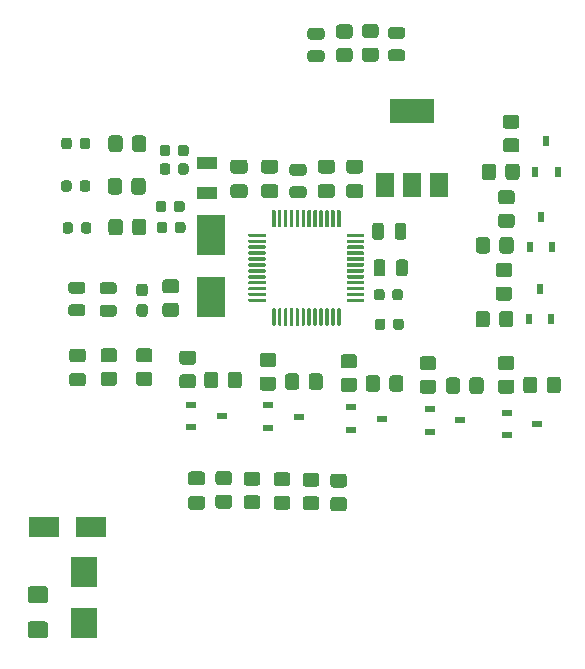
<source format=gbr>
%TF.GenerationSoftware,KiCad,Pcbnew,(5.1.10)-1*%
%TF.CreationDate,2022-05-16T19:26:02+08:00*%
%TF.ProjectId,lamp,6c616d70-2e6b-4696-9361-645f70636258,rev?*%
%TF.SameCoordinates,Original*%
%TF.FileFunction,Paste,Top*%
%TF.FilePolarity,Positive*%
%FSLAX46Y46*%
G04 Gerber Fmt 4.6, Leading zero omitted, Abs format (unit mm)*
G04 Created by KiCad (PCBNEW (5.1.10)-1) date 2022-05-16 19:26:02*
%MOMM*%
%LPD*%
G01*
G04 APERTURE LIST*
%ADD10R,2.300000X2.500000*%
%ADD11R,2.400000X3.500000*%
%ADD12R,1.800000X1.000000*%
%ADD13R,2.500000X1.800000*%
%ADD14R,0.600000X0.900000*%
%ADD15R,0.900000X0.600000*%
%ADD16R,1.500000X2.000000*%
%ADD17R,3.800000X2.000000*%
G04 APERTURE END LIST*
%TO.C,C10*%
G36*
G01*
X126436000Y-27478800D02*
X126436000Y-26978800D01*
G75*
G02*
X126661000Y-26753800I225000J0D01*
G01*
X127111000Y-26753800D01*
G75*
G02*
X127336000Y-26978800I0J-225000D01*
G01*
X127336000Y-27478800D01*
G75*
G02*
X127111000Y-27703800I-225000J0D01*
G01*
X126661000Y-27703800D01*
G75*
G02*
X126436000Y-27478800I0J225000D01*
G01*
G37*
G36*
G01*
X124886000Y-27478800D02*
X124886000Y-26978800D01*
G75*
G02*
X125111000Y-26753800I225000J0D01*
G01*
X125561000Y-26753800D01*
G75*
G02*
X125786000Y-26978800I0J-225000D01*
G01*
X125786000Y-27478800D01*
G75*
G02*
X125561000Y-27703800I-225000J0D01*
G01*
X125111000Y-27703800D01*
G75*
G02*
X124886000Y-27478800I0J225000D01*
G01*
G37*
%TD*%
%TO.C,C9*%
G36*
G01*
X126435700Y-25916700D02*
X126435700Y-25416700D01*
G75*
G02*
X126660700Y-25191700I225000J0D01*
G01*
X127110700Y-25191700D01*
G75*
G02*
X127335700Y-25416700I0J-225000D01*
G01*
X127335700Y-25916700D01*
G75*
G02*
X127110700Y-26141700I-225000J0D01*
G01*
X126660700Y-26141700D01*
G75*
G02*
X126435700Y-25916700I0J225000D01*
G01*
G37*
G36*
G01*
X124885700Y-25916700D02*
X124885700Y-25416700D01*
G75*
G02*
X125110700Y-25191700I225000J0D01*
G01*
X125560700Y-25191700D01*
G75*
G02*
X125785700Y-25416700I0J-225000D01*
G01*
X125785700Y-25916700D01*
G75*
G02*
X125560700Y-26141700I-225000J0D01*
G01*
X125110700Y-26141700D01*
G75*
G02*
X124885700Y-25916700I0J225000D01*
G01*
G37*
%TD*%
%TO.C,C8*%
G36*
G01*
X126093100Y-30653800D02*
X126093100Y-30153800D01*
G75*
G02*
X126318100Y-29928800I225000J0D01*
G01*
X126768100Y-29928800D01*
G75*
G02*
X126993100Y-30153800I0J-225000D01*
G01*
X126993100Y-30653800D01*
G75*
G02*
X126768100Y-30878800I-225000J0D01*
G01*
X126318100Y-30878800D01*
G75*
G02*
X126093100Y-30653800I0J225000D01*
G01*
G37*
G36*
G01*
X124543100Y-30653800D02*
X124543100Y-30153800D01*
G75*
G02*
X124768100Y-29928800I225000J0D01*
G01*
X125218100Y-29928800D01*
G75*
G02*
X125443100Y-30153800I0J-225000D01*
G01*
X125443100Y-30653800D01*
G75*
G02*
X125218100Y-30878800I-225000J0D01*
G01*
X124768100Y-30878800D01*
G75*
G02*
X124543100Y-30653800I0J225000D01*
G01*
G37*
%TD*%
%TO.C,C7*%
G36*
G01*
X126174999Y-32430000D02*
X126174999Y-31930000D01*
G75*
G02*
X126399999Y-31705000I225000J0D01*
G01*
X126849999Y-31705000D01*
G75*
G02*
X127074999Y-31930000I0J-225000D01*
G01*
X127074999Y-32430000D01*
G75*
G02*
X126849999Y-32655000I-225000J0D01*
G01*
X126399999Y-32655000D01*
G75*
G02*
X126174999Y-32430000I0J225000D01*
G01*
G37*
G36*
G01*
X124624999Y-32430000D02*
X124624999Y-31930000D01*
G75*
G02*
X124849999Y-31705000I225000J0D01*
G01*
X125299999Y-31705000D01*
G75*
G02*
X125524999Y-31930000I0J-225000D01*
G01*
X125524999Y-32430000D01*
G75*
G02*
X125299999Y-32655000I-225000J0D01*
G01*
X124849999Y-32655000D01*
G75*
G02*
X124624999Y-32430000I0J225000D01*
G01*
G37*
%TD*%
%TO.C,C100*%
G36*
G01*
X145419000Y-16201001D02*
X144469000Y-16201001D01*
G75*
G02*
X144219000Y-15951001I0J250000D01*
G01*
X144219000Y-15451001D01*
G75*
G02*
X144469000Y-15201001I250000J0D01*
G01*
X145419000Y-15201001D01*
G75*
G02*
X145669000Y-15451001I0J-250000D01*
G01*
X145669000Y-15951001D01*
G75*
G02*
X145419000Y-16201001I-250000J0D01*
G01*
G37*
G36*
G01*
X145419000Y-18101001D02*
X144469000Y-18101001D01*
G75*
G02*
X144219000Y-17851001I0J250000D01*
G01*
X144219000Y-17351001D01*
G75*
G02*
X144469000Y-17101001I250000J0D01*
G01*
X145419000Y-17101001D01*
G75*
G02*
X145669000Y-17351001I0J-250000D01*
G01*
X145669000Y-17851001D01*
G75*
G02*
X145419000Y-18101001I-250000J0D01*
G01*
G37*
%TD*%
%TO.C,R28*%
G36*
G01*
X140069999Y-16980000D02*
X140970001Y-16980000D01*
G75*
G02*
X141220000Y-17229999I0J-249999D01*
G01*
X141220000Y-17930001D01*
G75*
G02*
X140970001Y-18180000I-249999J0D01*
G01*
X140069999Y-18180000D01*
G75*
G02*
X139820000Y-17930001I0J249999D01*
G01*
X139820000Y-17229999D01*
G75*
G02*
X140069999Y-16980000I249999J0D01*
G01*
G37*
G36*
G01*
X140069999Y-14980000D02*
X140970001Y-14980000D01*
G75*
G02*
X141220000Y-15229999I0J-249999D01*
G01*
X141220000Y-15930001D01*
G75*
G02*
X140970001Y-16180000I-249999J0D01*
G01*
X140069999Y-16180000D01*
G75*
G02*
X139820000Y-15930001I0J249999D01*
G01*
X139820000Y-15229999D01*
G75*
G02*
X140069999Y-14980000I249999J0D01*
G01*
G37*
%TD*%
D10*
%TO.C,D1*%
X118475000Y-65675000D03*
X118475000Y-61375000D03*
%TD*%
%TO.C,LD1*%
G36*
G01*
X118390001Y-43590000D02*
X117489999Y-43590000D01*
G75*
G02*
X117240000Y-43340001I0J249999D01*
G01*
X117240000Y-42689999D01*
G75*
G02*
X117489999Y-42440000I249999J0D01*
G01*
X118390001Y-42440000D01*
G75*
G02*
X118640000Y-42689999I0J-249999D01*
G01*
X118640000Y-43340001D01*
G75*
G02*
X118390001Y-43590000I-249999J0D01*
G01*
G37*
G36*
G01*
X118390001Y-45640000D02*
X117489999Y-45640000D01*
G75*
G02*
X117240000Y-45390001I0J249999D01*
G01*
X117240000Y-44739999D01*
G75*
G02*
X117489999Y-44490000I249999J0D01*
G01*
X118390001Y-44490000D01*
G75*
G02*
X118640000Y-44739999I0J-249999D01*
G01*
X118640000Y-45390001D01*
G75*
G02*
X118390001Y-45640000I-249999J0D01*
G01*
G37*
%TD*%
%TO.C,F1*%
G36*
G01*
X113950000Y-65537500D02*
X115200000Y-65537500D01*
G75*
G02*
X115450000Y-65787500I0J-250000D01*
G01*
X115450000Y-66712500D01*
G75*
G02*
X115200000Y-66962500I-250000J0D01*
G01*
X113950000Y-66962500D01*
G75*
G02*
X113700000Y-66712500I0J250000D01*
G01*
X113700000Y-65787500D01*
G75*
G02*
X113950000Y-65537500I250000J0D01*
G01*
G37*
G36*
G01*
X113950000Y-62562500D02*
X115200000Y-62562500D01*
G75*
G02*
X115450000Y-62812500I0J-250000D01*
G01*
X115450000Y-63737500D01*
G75*
G02*
X115200000Y-63987500I-250000J0D01*
G01*
X113950000Y-63987500D01*
G75*
G02*
X113700000Y-63737500I0J250000D01*
G01*
X113700000Y-62812500D01*
G75*
G02*
X113950000Y-62562500I250000J0D01*
G01*
G37*
%TD*%
D11*
%TO.C,Y1*%
X129260000Y-32840000D03*
X129260000Y-38040000D03*
%TD*%
D12*
%TO.C,Y2*%
X128870000Y-29230000D03*
X128870000Y-26730000D03*
%TD*%
%TO.C,R29*%
G36*
G01*
X142269999Y-16942500D02*
X143170001Y-16942500D01*
G75*
G02*
X143420000Y-17192499I0J-249999D01*
G01*
X143420000Y-17892501D01*
G75*
G02*
X143170001Y-18142500I-249999J0D01*
G01*
X142269999Y-18142500D01*
G75*
G02*
X142020000Y-17892501I0J249999D01*
G01*
X142020000Y-17192499D01*
G75*
G02*
X142269999Y-16942500I249999J0D01*
G01*
G37*
G36*
G01*
X142269999Y-14942500D02*
X143170001Y-14942500D01*
G75*
G02*
X143420000Y-15192499I0J-249999D01*
G01*
X143420000Y-15892501D01*
G75*
G02*
X143170001Y-16142500I-249999J0D01*
G01*
X142269999Y-16142500D01*
G75*
G02*
X142020000Y-15892501I0J249999D01*
G01*
X142020000Y-15192499D01*
G75*
G02*
X142269999Y-14942500I249999J0D01*
G01*
G37*
%TD*%
%TO.C,R27*%
G36*
G01*
X124030001Y-43600000D02*
X123129999Y-43600000D01*
G75*
G02*
X122880000Y-43350001I0J249999D01*
G01*
X122880000Y-42649999D01*
G75*
G02*
X123129999Y-42400000I249999J0D01*
G01*
X124030001Y-42400000D01*
G75*
G02*
X124280000Y-42649999I0J-249999D01*
G01*
X124280000Y-43350001D01*
G75*
G02*
X124030001Y-43600000I-249999J0D01*
G01*
G37*
G36*
G01*
X124030001Y-45600000D02*
X123129999Y-45600000D01*
G75*
G02*
X122880000Y-45350001I0J249999D01*
G01*
X122880000Y-44649999D01*
G75*
G02*
X123129999Y-44400000I249999J0D01*
G01*
X124030001Y-44400000D01*
G75*
G02*
X124280000Y-44649999I0J-249999D01*
G01*
X124280000Y-45350001D01*
G75*
G02*
X124030001Y-45600000I-249999J0D01*
G01*
G37*
%TD*%
%TO.C,R26*%
G36*
G01*
X121030001Y-43600000D02*
X120129999Y-43600000D01*
G75*
G02*
X119880000Y-43350001I0J249999D01*
G01*
X119880000Y-42649999D01*
G75*
G02*
X120129999Y-42400000I249999J0D01*
G01*
X121030001Y-42400000D01*
G75*
G02*
X121280000Y-42649999I0J-249999D01*
G01*
X121280000Y-43350001D01*
G75*
G02*
X121030001Y-43600000I-249999J0D01*
G01*
G37*
G36*
G01*
X121030001Y-45600000D02*
X120129999Y-45600000D01*
G75*
G02*
X119880000Y-45350001I0J249999D01*
G01*
X119880000Y-44649999D01*
G75*
G02*
X120129999Y-44400000I249999J0D01*
G01*
X121030001Y-44400000D01*
G75*
G02*
X121280000Y-44649999I0J-249999D01*
G01*
X121280000Y-45350001D01*
G75*
G02*
X121030001Y-45600000I-249999J0D01*
G01*
G37*
%TD*%
%TO.C,R25*%
G36*
G01*
X139589999Y-55010000D02*
X140490001Y-55010000D01*
G75*
G02*
X140740000Y-55259999I0J-249999D01*
G01*
X140740000Y-55960001D01*
G75*
G02*
X140490001Y-56210000I-249999J0D01*
G01*
X139589999Y-56210000D01*
G75*
G02*
X139340000Y-55960001I0J249999D01*
G01*
X139340000Y-55259999D01*
G75*
G02*
X139589999Y-55010000I249999J0D01*
G01*
G37*
G36*
G01*
X139589999Y-53010000D02*
X140490001Y-53010000D01*
G75*
G02*
X140740000Y-53259999I0J-249999D01*
G01*
X140740000Y-53960001D01*
G75*
G02*
X140490001Y-54210000I-249999J0D01*
G01*
X139589999Y-54210000D01*
G75*
G02*
X139340000Y-53960001I0J249999D01*
G01*
X139340000Y-53259999D01*
G75*
G02*
X139589999Y-53010000I249999J0D01*
G01*
G37*
%TD*%
%TO.C,R24*%
G36*
G01*
X137249999Y-54930000D02*
X138150001Y-54930000D01*
G75*
G02*
X138400000Y-55179999I0J-249999D01*
G01*
X138400000Y-55880001D01*
G75*
G02*
X138150001Y-56130000I-249999J0D01*
G01*
X137249999Y-56130000D01*
G75*
G02*
X137000000Y-55880001I0J249999D01*
G01*
X137000000Y-55179999D01*
G75*
G02*
X137249999Y-54930000I249999J0D01*
G01*
G37*
G36*
G01*
X137249999Y-52930000D02*
X138150001Y-52930000D01*
G75*
G02*
X138400000Y-53179999I0J-249999D01*
G01*
X138400000Y-53880001D01*
G75*
G02*
X138150001Y-54130000I-249999J0D01*
G01*
X137249999Y-54130000D01*
G75*
G02*
X137000000Y-53880001I0J249999D01*
G01*
X137000000Y-53179999D01*
G75*
G02*
X137249999Y-52930000I249999J0D01*
G01*
G37*
%TD*%
%TO.C,R23*%
G36*
G01*
X134789999Y-54890000D02*
X135690001Y-54890000D01*
G75*
G02*
X135940000Y-55139999I0J-249999D01*
G01*
X135940000Y-55840001D01*
G75*
G02*
X135690001Y-56090000I-249999J0D01*
G01*
X134789999Y-56090000D01*
G75*
G02*
X134540000Y-55840001I0J249999D01*
G01*
X134540000Y-55139999D01*
G75*
G02*
X134789999Y-54890000I249999J0D01*
G01*
G37*
G36*
G01*
X134789999Y-52890000D02*
X135690001Y-52890000D01*
G75*
G02*
X135940000Y-53139999I0J-249999D01*
G01*
X135940000Y-53840001D01*
G75*
G02*
X135690001Y-54090000I-249999J0D01*
G01*
X134789999Y-54090000D01*
G75*
G02*
X134540000Y-53840001I0J249999D01*
G01*
X134540000Y-53139999D01*
G75*
G02*
X134789999Y-52890000I249999J0D01*
G01*
G37*
%TD*%
%TO.C,R22*%
G36*
G01*
X155090001Y-23830000D02*
X154189999Y-23830000D01*
G75*
G02*
X153940000Y-23580001I0J249999D01*
G01*
X153940000Y-22879999D01*
G75*
G02*
X154189999Y-22630000I249999J0D01*
G01*
X155090001Y-22630000D01*
G75*
G02*
X155340000Y-22879999I0J-249999D01*
G01*
X155340000Y-23580001D01*
G75*
G02*
X155090001Y-23830000I-249999J0D01*
G01*
G37*
G36*
G01*
X155090001Y-25830000D02*
X154189999Y-25830000D01*
G75*
G02*
X153940000Y-25580001I0J249999D01*
G01*
X153940000Y-24879999D01*
G75*
G02*
X154189999Y-24630000I249999J0D01*
G01*
X155090001Y-24630000D01*
G75*
G02*
X155340000Y-24879999I0J-249999D01*
G01*
X155340000Y-25580001D01*
G75*
G02*
X155090001Y-25830000I-249999J0D01*
G01*
G37*
%TD*%
%TO.C,R21*%
G36*
G01*
X154690001Y-30220000D02*
X153789999Y-30220000D01*
G75*
G02*
X153540000Y-29970001I0J249999D01*
G01*
X153540000Y-29269999D01*
G75*
G02*
X153789999Y-29020000I249999J0D01*
G01*
X154690001Y-29020000D01*
G75*
G02*
X154940000Y-29269999I0J-249999D01*
G01*
X154940000Y-29970001D01*
G75*
G02*
X154690001Y-30220000I-249999J0D01*
G01*
G37*
G36*
G01*
X154690001Y-32220000D02*
X153789999Y-32220000D01*
G75*
G02*
X153540000Y-31970001I0J249999D01*
G01*
X153540000Y-31269999D01*
G75*
G02*
X153789999Y-31020000I249999J0D01*
G01*
X154690001Y-31020000D01*
G75*
G02*
X154940000Y-31269999I0J-249999D01*
G01*
X154940000Y-31970001D01*
G75*
G02*
X154690001Y-32220000I-249999J0D01*
G01*
G37*
%TD*%
%TO.C,R20*%
G36*
G01*
X154480001Y-36380000D02*
X153579999Y-36380000D01*
G75*
G02*
X153330000Y-36130001I0J249999D01*
G01*
X153330000Y-35429999D01*
G75*
G02*
X153579999Y-35180000I249999J0D01*
G01*
X154480001Y-35180000D01*
G75*
G02*
X154730000Y-35429999I0J-249999D01*
G01*
X154730000Y-36130001D01*
G75*
G02*
X154480001Y-36380000I-249999J0D01*
G01*
G37*
G36*
G01*
X154480001Y-38380000D02*
X153579999Y-38380000D01*
G75*
G02*
X153330000Y-38130001I0J249999D01*
G01*
X153330000Y-37429999D01*
G75*
G02*
X153579999Y-37180000I249999J0D01*
G01*
X154480001Y-37180000D01*
G75*
G02*
X154730000Y-37429999I0J-249999D01*
G01*
X154730000Y-38130001D01*
G75*
G02*
X154480001Y-38380000I-249999J0D01*
G01*
G37*
%TD*%
%TO.C,R19*%
G36*
G01*
X157660000Y-45970001D02*
X157660000Y-45069999D01*
G75*
G02*
X157909999Y-44820000I249999J0D01*
G01*
X158610001Y-44820000D01*
G75*
G02*
X158860000Y-45069999I0J-249999D01*
G01*
X158860000Y-45970001D01*
G75*
G02*
X158610001Y-46220000I-249999J0D01*
G01*
X157909999Y-46220000D01*
G75*
G02*
X157660000Y-45970001I0J249999D01*
G01*
G37*
G36*
G01*
X155660000Y-45970001D02*
X155660000Y-45069999D01*
G75*
G02*
X155909999Y-44820000I249999J0D01*
G01*
X156610001Y-44820000D01*
G75*
G02*
X156860000Y-45069999I0J-249999D01*
G01*
X156860000Y-45970001D01*
G75*
G02*
X156610001Y-46220000I-249999J0D01*
G01*
X155909999Y-46220000D01*
G75*
G02*
X155660000Y-45970001I0J249999D01*
G01*
G37*
%TD*%
%TO.C,R18*%
G36*
G01*
X151120000Y-46020001D02*
X151120000Y-45119999D01*
G75*
G02*
X151369999Y-44870000I249999J0D01*
G01*
X152070001Y-44870000D01*
G75*
G02*
X152320000Y-45119999I0J-249999D01*
G01*
X152320000Y-46020001D01*
G75*
G02*
X152070001Y-46270000I-249999J0D01*
G01*
X151369999Y-46270000D01*
G75*
G02*
X151120000Y-46020001I0J249999D01*
G01*
G37*
G36*
G01*
X149120000Y-46020001D02*
X149120000Y-45119999D01*
G75*
G02*
X149369999Y-44870000I249999J0D01*
G01*
X150070001Y-44870000D01*
G75*
G02*
X150320000Y-45119999I0J-249999D01*
G01*
X150320000Y-46020001D01*
G75*
G02*
X150070001Y-46270000I-249999J0D01*
G01*
X149369999Y-46270000D01*
G75*
G02*
X149120000Y-46020001I0J249999D01*
G01*
G37*
%TD*%
%TO.C,R17*%
G36*
G01*
X144330000Y-45840001D02*
X144330000Y-44939999D01*
G75*
G02*
X144579999Y-44690000I249999J0D01*
G01*
X145280001Y-44690000D01*
G75*
G02*
X145530000Y-44939999I0J-249999D01*
G01*
X145530000Y-45840001D01*
G75*
G02*
X145280001Y-46090000I-249999J0D01*
G01*
X144579999Y-46090000D01*
G75*
G02*
X144330000Y-45840001I0J249999D01*
G01*
G37*
G36*
G01*
X142330000Y-45840001D02*
X142330000Y-44939999D01*
G75*
G02*
X142579999Y-44690000I249999J0D01*
G01*
X143280001Y-44690000D01*
G75*
G02*
X143530000Y-44939999I0J-249999D01*
G01*
X143530000Y-45840001D01*
G75*
G02*
X143280001Y-46090000I-249999J0D01*
G01*
X142579999Y-46090000D01*
G75*
G02*
X142330000Y-45840001I0J249999D01*
G01*
G37*
%TD*%
%TO.C,R16*%
G36*
G01*
X137500000Y-45680001D02*
X137500000Y-44779999D01*
G75*
G02*
X137749999Y-44530000I249999J0D01*
G01*
X138450001Y-44530000D01*
G75*
G02*
X138700000Y-44779999I0J-249999D01*
G01*
X138700000Y-45680001D01*
G75*
G02*
X138450001Y-45930000I-249999J0D01*
G01*
X137749999Y-45930000D01*
G75*
G02*
X137500000Y-45680001I0J249999D01*
G01*
G37*
G36*
G01*
X135500000Y-45680001D02*
X135500000Y-44779999D01*
G75*
G02*
X135749999Y-44530000I249999J0D01*
G01*
X136450001Y-44530000D01*
G75*
G02*
X136700000Y-44779999I0J-249999D01*
G01*
X136700000Y-45680001D01*
G75*
G02*
X136450001Y-45930000I-249999J0D01*
G01*
X135749999Y-45930000D01*
G75*
G02*
X135500000Y-45680001I0J249999D01*
G01*
G37*
%TD*%
%TO.C,R15*%
G36*
G01*
X130650000Y-45550001D02*
X130650000Y-44649999D01*
G75*
G02*
X130899999Y-44400000I249999J0D01*
G01*
X131600001Y-44400000D01*
G75*
G02*
X131850000Y-44649999I0J-249999D01*
G01*
X131850000Y-45550001D01*
G75*
G02*
X131600001Y-45800000I-249999J0D01*
G01*
X130899999Y-45800000D01*
G75*
G02*
X130650000Y-45550001I0J249999D01*
G01*
G37*
G36*
G01*
X128650000Y-45550001D02*
X128650000Y-44649999D01*
G75*
G02*
X128899999Y-44400000I249999J0D01*
G01*
X129600001Y-44400000D01*
G75*
G02*
X129850000Y-44649999I0J-249999D01*
G01*
X129850000Y-45550001D01*
G75*
G02*
X129600001Y-45800000I-249999J0D01*
G01*
X128899999Y-45800000D01*
G75*
G02*
X128650000Y-45550001I0J249999D01*
G01*
G37*
%TD*%
%TO.C,R14*%
G36*
G01*
X154160000Y-27920001D02*
X154160000Y-27019999D01*
G75*
G02*
X154409999Y-26770000I249999J0D01*
G01*
X155110001Y-26770000D01*
G75*
G02*
X155360000Y-27019999I0J-249999D01*
G01*
X155360000Y-27920001D01*
G75*
G02*
X155110001Y-28170000I-249999J0D01*
G01*
X154409999Y-28170000D01*
G75*
G02*
X154160000Y-27920001I0J249999D01*
G01*
G37*
G36*
G01*
X152160000Y-27920001D02*
X152160000Y-27019999D01*
G75*
G02*
X152409999Y-26770000I249999J0D01*
G01*
X153110001Y-26770000D01*
G75*
G02*
X153360000Y-27019999I0J-249999D01*
G01*
X153360000Y-27920001D01*
G75*
G02*
X153110001Y-28170000I-249999J0D01*
G01*
X152409999Y-28170000D01*
G75*
G02*
X152160000Y-27920001I0J249999D01*
G01*
G37*
%TD*%
%TO.C,R13*%
G36*
G01*
X153660000Y-34140001D02*
X153660000Y-33239999D01*
G75*
G02*
X153909999Y-32990000I249999J0D01*
G01*
X154610001Y-32990000D01*
G75*
G02*
X154860000Y-33239999I0J-249999D01*
G01*
X154860000Y-34140001D01*
G75*
G02*
X154610001Y-34390000I-249999J0D01*
G01*
X153909999Y-34390000D01*
G75*
G02*
X153660000Y-34140001I0J249999D01*
G01*
G37*
G36*
G01*
X151660000Y-34140001D02*
X151660000Y-33239999D01*
G75*
G02*
X151909999Y-32990000I249999J0D01*
G01*
X152610001Y-32990000D01*
G75*
G02*
X152860000Y-33239999I0J-249999D01*
G01*
X152860000Y-34140001D01*
G75*
G02*
X152610001Y-34390000I-249999J0D01*
G01*
X151909999Y-34390000D01*
G75*
G02*
X151660000Y-34140001I0J249999D01*
G01*
G37*
%TD*%
%TO.C,R12*%
G36*
G01*
X153630000Y-40390001D02*
X153630000Y-39489999D01*
G75*
G02*
X153879999Y-39240000I249999J0D01*
G01*
X154580001Y-39240000D01*
G75*
G02*
X154830000Y-39489999I0J-249999D01*
G01*
X154830000Y-40390001D01*
G75*
G02*
X154580001Y-40640000I-249999J0D01*
G01*
X153879999Y-40640000D01*
G75*
G02*
X153630000Y-40390001I0J249999D01*
G01*
G37*
G36*
G01*
X151630000Y-40390001D02*
X151630000Y-39489999D01*
G75*
G02*
X151879999Y-39240000I249999J0D01*
G01*
X152580001Y-39240000D01*
G75*
G02*
X152830000Y-39489999I0J-249999D01*
G01*
X152830000Y-40390001D01*
G75*
G02*
X152580001Y-40640000I-249999J0D01*
G01*
X151879999Y-40640000D01*
G75*
G02*
X151630000Y-40390001I0J249999D01*
G01*
G37*
%TD*%
%TO.C,R11*%
G36*
G01*
X153769999Y-45060000D02*
X154670001Y-45060000D01*
G75*
G02*
X154920000Y-45309999I0J-249999D01*
G01*
X154920000Y-46010001D01*
G75*
G02*
X154670001Y-46260000I-249999J0D01*
G01*
X153769999Y-46260000D01*
G75*
G02*
X153520000Y-46010001I0J249999D01*
G01*
X153520000Y-45309999D01*
G75*
G02*
X153769999Y-45060000I249999J0D01*
G01*
G37*
G36*
G01*
X153769999Y-43060000D02*
X154670001Y-43060000D01*
G75*
G02*
X154920000Y-43309999I0J-249999D01*
G01*
X154920000Y-44010001D01*
G75*
G02*
X154670001Y-44260000I-249999J0D01*
G01*
X153769999Y-44260000D01*
G75*
G02*
X153520000Y-44010001I0J249999D01*
G01*
X153520000Y-43309999D01*
G75*
G02*
X153769999Y-43060000I249999J0D01*
G01*
G37*
%TD*%
%TO.C,R10*%
G36*
G01*
X147139999Y-45070000D02*
X148040001Y-45070000D01*
G75*
G02*
X148290000Y-45319999I0J-249999D01*
G01*
X148290000Y-46020001D01*
G75*
G02*
X148040001Y-46270000I-249999J0D01*
G01*
X147139999Y-46270000D01*
G75*
G02*
X146890000Y-46020001I0J249999D01*
G01*
X146890000Y-45319999D01*
G75*
G02*
X147139999Y-45070000I249999J0D01*
G01*
G37*
G36*
G01*
X147139999Y-43070000D02*
X148040001Y-43070000D01*
G75*
G02*
X148290000Y-43319999I0J-249999D01*
G01*
X148290000Y-44020001D01*
G75*
G02*
X148040001Y-44270000I-249999J0D01*
G01*
X147139999Y-44270000D01*
G75*
G02*
X146890000Y-44020001I0J249999D01*
G01*
X146890000Y-43319999D01*
G75*
G02*
X147139999Y-43070000I249999J0D01*
G01*
G37*
%TD*%
%TO.C,R9*%
G36*
G01*
X140449999Y-44910000D02*
X141350001Y-44910000D01*
G75*
G02*
X141600000Y-45159999I0J-249999D01*
G01*
X141600000Y-45860001D01*
G75*
G02*
X141350001Y-46110000I-249999J0D01*
G01*
X140449999Y-46110000D01*
G75*
G02*
X140200000Y-45860001I0J249999D01*
G01*
X140200000Y-45159999D01*
G75*
G02*
X140449999Y-44910000I249999J0D01*
G01*
G37*
G36*
G01*
X140449999Y-42910000D02*
X141350001Y-42910000D01*
G75*
G02*
X141600000Y-43159999I0J-249999D01*
G01*
X141600000Y-43860001D01*
G75*
G02*
X141350001Y-44110000I-249999J0D01*
G01*
X140449999Y-44110000D01*
G75*
G02*
X140200000Y-43860001I0J249999D01*
G01*
X140200000Y-43159999D01*
G75*
G02*
X140449999Y-42910000I249999J0D01*
G01*
G37*
%TD*%
%TO.C,R8*%
G36*
G01*
X133599999Y-44800000D02*
X134500001Y-44800000D01*
G75*
G02*
X134750000Y-45049999I0J-249999D01*
G01*
X134750000Y-45750001D01*
G75*
G02*
X134500001Y-46000000I-249999J0D01*
G01*
X133599999Y-46000000D01*
G75*
G02*
X133350000Y-45750001I0J249999D01*
G01*
X133350000Y-45049999D01*
G75*
G02*
X133599999Y-44800000I249999J0D01*
G01*
G37*
G36*
G01*
X133599999Y-42800000D02*
X134500001Y-42800000D01*
G75*
G02*
X134750000Y-43049999I0J-249999D01*
G01*
X134750000Y-43750001D01*
G75*
G02*
X134500001Y-44000000I-249999J0D01*
G01*
X133599999Y-44000000D01*
G75*
G02*
X133350000Y-43750001I0J249999D01*
G01*
X133350000Y-43049999D01*
G75*
G02*
X133599999Y-42800000I249999J0D01*
G01*
G37*
%TD*%
%TO.C,R7*%
G36*
G01*
X126809999Y-44600000D02*
X127710001Y-44600000D01*
G75*
G02*
X127960000Y-44849999I0J-249999D01*
G01*
X127960000Y-45550001D01*
G75*
G02*
X127710001Y-45800000I-249999J0D01*
G01*
X126809999Y-45800000D01*
G75*
G02*
X126560000Y-45550001I0J249999D01*
G01*
X126560000Y-44849999D01*
G75*
G02*
X126809999Y-44600000I249999J0D01*
G01*
G37*
G36*
G01*
X126809999Y-42600000D02*
X127710001Y-42600000D01*
G75*
G02*
X127960000Y-42849999I0J-249999D01*
G01*
X127960000Y-43550001D01*
G75*
G02*
X127710001Y-43800000I-249999J0D01*
G01*
X126809999Y-43800000D01*
G75*
G02*
X126560000Y-43550001I0J249999D01*
G01*
X126560000Y-42849999D01*
G75*
G02*
X126809999Y-42600000I249999J0D01*
G01*
G37*
%TD*%
%TO.C,R6*%
G36*
G01*
X121750000Y-31689999D02*
X121750000Y-32590001D01*
G75*
G02*
X121500001Y-32840000I-249999J0D01*
G01*
X120799999Y-32840000D01*
G75*
G02*
X120550000Y-32590001I0J249999D01*
G01*
X120550000Y-31689999D01*
G75*
G02*
X120799999Y-31440000I249999J0D01*
G01*
X121500001Y-31440000D01*
G75*
G02*
X121750000Y-31689999I0J-249999D01*
G01*
G37*
G36*
G01*
X123750000Y-31689999D02*
X123750000Y-32590001D01*
G75*
G02*
X123500001Y-32840000I-249999J0D01*
G01*
X122799999Y-32840000D01*
G75*
G02*
X122550000Y-32590001I0J249999D01*
G01*
X122550000Y-31689999D01*
G75*
G02*
X122799999Y-31440000I249999J0D01*
G01*
X123500001Y-31440000D01*
G75*
G02*
X123750000Y-31689999I0J-249999D01*
G01*
G37*
%TD*%
%TO.C,R5*%
G36*
G01*
X121700000Y-28239999D02*
X121700000Y-29140001D01*
G75*
G02*
X121450001Y-29390000I-249999J0D01*
G01*
X120749999Y-29390000D01*
G75*
G02*
X120500000Y-29140001I0J249999D01*
G01*
X120500000Y-28239999D01*
G75*
G02*
X120749999Y-27990000I249999J0D01*
G01*
X121450001Y-27990000D01*
G75*
G02*
X121700000Y-28239999I0J-249999D01*
G01*
G37*
G36*
G01*
X123700000Y-28239999D02*
X123700000Y-29140001D01*
G75*
G02*
X123450001Y-29390000I-249999J0D01*
G01*
X122749999Y-29390000D01*
G75*
G02*
X122500000Y-29140001I0J249999D01*
G01*
X122500000Y-28239999D01*
G75*
G02*
X122749999Y-27990000I249999J0D01*
G01*
X123450001Y-27990000D01*
G75*
G02*
X123700000Y-28239999I0J-249999D01*
G01*
G37*
%TD*%
%TO.C,R4*%
G36*
G01*
X121750000Y-24639999D02*
X121750000Y-25540001D01*
G75*
G02*
X121500001Y-25790000I-249999J0D01*
G01*
X120799999Y-25790000D01*
G75*
G02*
X120550000Y-25540001I0J249999D01*
G01*
X120550000Y-24639999D01*
G75*
G02*
X120799999Y-24390000I249999J0D01*
G01*
X121500001Y-24390000D01*
G75*
G02*
X121750000Y-24639999I0J-249999D01*
G01*
G37*
G36*
G01*
X123750000Y-24639999D02*
X123750000Y-25540001D01*
G75*
G02*
X123500001Y-25790000I-249999J0D01*
G01*
X122799999Y-25790000D01*
G75*
G02*
X122550000Y-25540001I0J249999D01*
G01*
X122550000Y-24639999D01*
G75*
G02*
X122799999Y-24390000I249999J0D01*
G01*
X123500001Y-24390000D01*
G75*
G02*
X123750000Y-24639999I0J-249999D01*
G01*
G37*
%TD*%
%TO.C,R3*%
G36*
G01*
X126270001Y-37760000D02*
X125369999Y-37760000D01*
G75*
G02*
X125120000Y-37510001I0J249999D01*
G01*
X125120000Y-36809999D01*
G75*
G02*
X125369999Y-36560000I249999J0D01*
G01*
X126270001Y-36560000D01*
G75*
G02*
X126520000Y-36809999I0J-249999D01*
G01*
X126520000Y-37510001D01*
G75*
G02*
X126270001Y-37760000I-249999J0D01*
G01*
G37*
G36*
G01*
X126270001Y-39760000D02*
X125369999Y-39760000D01*
G75*
G02*
X125120000Y-39510001I0J249999D01*
G01*
X125120000Y-38809999D01*
G75*
G02*
X125369999Y-38560000I249999J0D01*
G01*
X126270001Y-38560000D01*
G75*
G02*
X126520000Y-38809999I0J-249999D01*
G01*
X126520000Y-39510001D01*
G75*
G02*
X126270001Y-39760000I-249999J0D01*
G01*
G37*
%TD*%
%TO.C,U1*%
G36*
G01*
X134400000Y-32100000D02*
X134400000Y-30775000D01*
G75*
G02*
X134475000Y-30700000I75000J0D01*
G01*
X134625000Y-30700000D01*
G75*
G02*
X134700000Y-30775000I0J-75000D01*
G01*
X134700000Y-32100000D01*
G75*
G02*
X134625000Y-32175000I-75000J0D01*
G01*
X134475000Y-32175000D01*
G75*
G02*
X134400000Y-32100000I0J75000D01*
G01*
G37*
G36*
G01*
X134900000Y-32100000D02*
X134900000Y-30775000D01*
G75*
G02*
X134975000Y-30700000I75000J0D01*
G01*
X135125000Y-30700000D01*
G75*
G02*
X135200000Y-30775000I0J-75000D01*
G01*
X135200000Y-32100000D01*
G75*
G02*
X135125000Y-32175000I-75000J0D01*
G01*
X134975000Y-32175000D01*
G75*
G02*
X134900000Y-32100000I0J75000D01*
G01*
G37*
G36*
G01*
X135400000Y-32100000D02*
X135400000Y-30775000D01*
G75*
G02*
X135475000Y-30700000I75000J0D01*
G01*
X135625000Y-30700000D01*
G75*
G02*
X135700000Y-30775000I0J-75000D01*
G01*
X135700000Y-32100000D01*
G75*
G02*
X135625000Y-32175000I-75000J0D01*
G01*
X135475000Y-32175000D01*
G75*
G02*
X135400000Y-32100000I0J75000D01*
G01*
G37*
G36*
G01*
X135900000Y-32100000D02*
X135900000Y-30775000D01*
G75*
G02*
X135975000Y-30700000I75000J0D01*
G01*
X136125000Y-30700000D01*
G75*
G02*
X136200000Y-30775000I0J-75000D01*
G01*
X136200000Y-32100000D01*
G75*
G02*
X136125000Y-32175000I-75000J0D01*
G01*
X135975000Y-32175000D01*
G75*
G02*
X135900000Y-32100000I0J75000D01*
G01*
G37*
G36*
G01*
X136400000Y-32100000D02*
X136400000Y-30775000D01*
G75*
G02*
X136475000Y-30700000I75000J0D01*
G01*
X136625000Y-30700000D01*
G75*
G02*
X136700000Y-30775000I0J-75000D01*
G01*
X136700000Y-32100000D01*
G75*
G02*
X136625000Y-32175000I-75000J0D01*
G01*
X136475000Y-32175000D01*
G75*
G02*
X136400000Y-32100000I0J75000D01*
G01*
G37*
G36*
G01*
X136900000Y-32100000D02*
X136900000Y-30775000D01*
G75*
G02*
X136975000Y-30700000I75000J0D01*
G01*
X137125000Y-30700000D01*
G75*
G02*
X137200000Y-30775000I0J-75000D01*
G01*
X137200000Y-32100000D01*
G75*
G02*
X137125000Y-32175000I-75000J0D01*
G01*
X136975000Y-32175000D01*
G75*
G02*
X136900000Y-32100000I0J75000D01*
G01*
G37*
G36*
G01*
X137400000Y-32100000D02*
X137400000Y-30775000D01*
G75*
G02*
X137475000Y-30700000I75000J0D01*
G01*
X137625000Y-30700000D01*
G75*
G02*
X137700000Y-30775000I0J-75000D01*
G01*
X137700000Y-32100000D01*
G75*
G02*
X137625000Y-32175000I-75000J0D01*
G01*
X137475000Y-32175000D01*
G75*
G02*
X137400000Y-32100000I0J75000D01*
G01*
G37*
G36*
G01*
X137900000Y-32100000D02*
X137900000Y-30775000D01*
G75*
G02*
X137975000Y-30700000I75000J0D01*
G01*
X138125000Y-30700000D01*
G75*
G02*
X138200000Y-30775000I0J-75000D01*
G01*
X138200000Y-32100000D01*
G75*
G02*
X138125000Y-32175000I-75000J0D01*
G01*
X137975000Y-32175000D01*
G75*
G02*
X137900000Y-32100000I0J75000D01*
G01*
G37*
G36*
G01*
X138400000Y-32100000D02*
X138400000Y-30775000D01*
G75*
G02*
X138475000Y-30700000I75000J0D01*
G01*
X138625000Y-30700000D01*
G75*
G02*
X138700000Y-30775000I0J-75000D01*
G01*
X138700000Y-32100000D01*
G75*
G02*
X138625000Y-32175000I-75000J0D01*
G01*
X138475000Y-32175000D01*
G75*
G02*
X138400000Y-32100000I0J75000D01*
G01*
G37*
G36*
G01*
X138900000Y-32100000D02*
X138900000Y-30775000D01*
G75*
G02*
X138975000Y-30700000I75000J0D01*
G01*
X139125000Y-30700000D01*
G75*
G02*
X139200000Y-30775000I0J-75000D01*
G01*
X139200000Y-32100000D01*
G75*
G02*
X139125000Y-32175000I-75000J0D01*
G01*
X138975000Y-32175000D01*
G75*
G02*
X138900000Y-32100000I0J75000D01*
G01*
G37*
G36*
G01*
X139400000Y-32100000D02*
X139400000Y-30775000D01*
G75*
G02*
X139475000Y-30700000I75000J0D01*
G01*
X139625000Y-30700000D01*
G75*
G02*
X139700000Y-30775000I0J-75000D01*
G01*
X139700000Y-32100000D01*
G75*
G02*
X139625000Y-32175000I-75000J0D01*
G01*
X139475000Y-32175000D01*
G75*
G02*
X139400000Y-32100000I0J75000D01*
G01*
G37*
G36*
G01*
X139900000Y-32100000D02*
X139900000Y-30775000D01*
G75*
G02*
X139975000Y-30700000I75000J0D01*
G01*
X140125000Y-30700000D01*
G75*
G02*
X140200000Y-30775000I0J-75000D01*
G01*
X140200000Y-32100000D01*
G75*
G02*
X140125000Y-32175000I-75000J0D01*
G01*
X139975000Y-32175000D01*
G75*
G02*
X139900000Y-32100000I0J75000D01*
G01*
G37*
G36*
G01*
X140725000Y-32925000D02*
X140725000Y-32775000D01*
G75*
G02*
X140800000Y-32700000I75000J0D01*
G01*
X142125000Y-32700000D01*
G75*
G02*
X142200000Y-32775000I0J-75000D01*
G01*
X142200000Y-32925000D01*
G75*
G02*
X142125000Y-33000000I-75000J0D01*
G01*
X140800000Y-33000000D01*
G75*
G02*
X140725000Y-32925000I0J75000D01*
G01*
G37*
G36*
G01*
X140725000Y-33425000D02*
X140725000Y-33275000D01*
G75*
G02*
X140800000Y-33200000I75000J0D01*
G01*
X142125000Y-33200000D01*
G75*
G02*
X142200000Y-33275000I0J-75000D01*
G01*
X142200000Y-33425000D01*
G75*
G02*
X142125000Y-33500000I-75000J0D01*
G01*
X140800000Y-33500000D01*
G75*
G02*
X140725000Y-33425000I0J75000D01*
G01*
G37*
G36*
G01*
X140725000Y-33925000D02*
X140725000Y-33775000D01*
G75*
G02*
X140800000Y-33700000I75000J0D01*
G01*
X142125000Y-33700000D01*
G75*
G02*
X142200000Y-33775000I0J-75000D01*
G01*
X142200000Y-33925000D01*
G75*
G02*
X142125000Y-34000000I-75000J0D01*
G01*
X140800000Y-34000000D01*
G75*
G02*
X140725000Y-33925000I0J75000D01*
G01*
G37*
G36*
G01*
X140725000Y-34425000D02*
X140725000Y-34275000D01*
G75*
G02*
X140800000Y-34200000I75000J0D01*
G01*
X142125000Y-34200000D01*
G75*
G02*
X142200000Y-34275000I0J-75000D01*
G01*
X142200000Y-34425000D01*
G75*
G02*
X142125000Y-34500000I-75000J0D01*
G01*
X140800000Y-34500000D01*
G75*
G02*
X140725000Y-34425000I0J75000D01*
G01*
G37*
G36*
G01*
X140725000Y-34925000D02*
X140725000Y-34775000D01*
G75*
G02*
X140800000Y-34700000I75000J0D01*
G01*
X142125000Y-34700000D01*
G75*
G02*
X142200000Y-34775000I0J-75000D01*
G01*
X142200000Y-34925000D01*
G75*
G02*
X142125000Y-35000000I-75000J0D01*
G01*
X140800000Y-35000000D01*
G75*
G02*
X140725000Y-34925000I0J75000D01*
G01*
G37*
G36*
G01*
X140725000Y-35425000D02*
X140725000Y-35275000D01*
G75*
G02*
X140800000Y-35200000I75000J0D01*
G01*
X142125000Y-35200000D01*
G75*
G02*
X142200000Y-35275000I0J-75000D01*
G01*
X142200000Y-35425000D01*
G75*
G02*
X142125000Y-35500000I-75000J0D01*
G01*
X140800000Y-35500000D01*
G75*
G02*
X140725000Y-35425000I0J75000D01*
G01*
G37*
G36*
G01*
X140725000Y-35925000D02*
X140725000Y-35775000D01*
G75*
G02*
X140800000Y-35700000I75000J0D01*
G01*
X142125000Y-35700000D01*
G75*
G02*
X142200000Y-35775000I0J-75000D01*
G01*
X142200000Y-35925000D01*
G75*
G02*
X142125000Y-36000000I-75000J0D01*
G01*
X140800000Y-36000000D01*
G75*
G02*
X140725000Y-35925000I0J75000D01*
G01*
G37*
G36*
G01*
X140725000Y-36425000D02*
X140725000Y-36275000D01*
G75*
G02*
X140800000Y-36200000I75000J0D01*
G01*
X142125000Y-36200000D01*
G75*
G02*
X142200000Y-36275000I0J-75000D01*
G01*
X142200000Y-36425000D01*
G75*
G02*
X142125000Y-36500000I-75000J0D01*
G01*
X140800000Y-36500000D01*
G75*
G02*
X140725000Y-36425000I0J75000D01*
G01*
G37*
G36*
G01*
X140725000Y-36925000D02*
X140725000Y-36775000D01*
G75*
G02*
X140800000Y-36700000I75000J0D01*
G01*
X142125000Y-36700000D01*
G75*
G02*
X142200000Y-36775000I0J-75000D01*
G01*
X142200000Y-36925000D01*
G75*
G02*
X142125000Y-37000000I-75000J0D01*
G01*
X140800000Y-37000000D01*
G75*
G02*
X140725000Y-36925000I0J75000D01*
G01*
G37*
G36*
G01*
X140725000Y-37425000D02*
X140725000Y-37275000D01*
G75*
G02*
X140800000Y-37200000I75000J0D01*
G01*
X142125000Y-37200000D01*
G75*
G02*
X142200000Y-37275000I0J-75000D01*
G01*
X142200000Y-37425000D01*
G75*
G02*
X142125000Y-37500000I-75000J0D01*
G01*
X140800000Y-37500000D01*
G75*
G02*
X140725000Y-37425000I0J75000D01*
G01*
G37*
G36*
G01*
X140725000Y-37925000D02*
X140725000Y-37775000D01*
G75*
G02*
X140800000Y-37700000I75000J0D01*
G01*
X142125000Y-37700000D01*
G75*
G02*
X142200000Y-37775000I0J-75000D01*
G01*
X142200000Y-37925000D01*
G75*
G02*
X142125000Y-38000000I-75000J0D01*
G01*
X140800000Y-38000000D01*
G75*
G02*
X140725000Y-37925000I0J75000D01*
G01*
G37*
G36*
G01*
X140725000Y-38425000D02*
X140725000Y-38275000D01*
G75*
G02*
X140800000Y-38200000I75000J0D01*
G01*
X142125000Y-38200000D01*
G75*
G02*
X142200000Y-38275000I0J-75000D01*
G01*
X142200000Y-38425000D01*
G75*
G02*
X142125000Y-38500000I-75000J0D01*
G01*
X140800000Y-38500000D01*
G75*
G02*
X140725000Y-38425000I0J75000D01*
G01*
G37*
G36*
G01*
X139900000Y-40425000D02*
X139900000Y-39100000D01*
G75*
G02*
X139975000Y-39025000I75000J0D01*
G01*
X140125000Y-39025000D01*
G75*
G02*
X140200000Y-39100000I0J-75000D01*
G01*
X140200000Y-40425000D01*
G75*
G02*
X140125000Y-40500000I-75000J0D01*
G01*
X139975000Y-40500000D01*
G75*
G02*
X139900000Y-40425000I0J75000D01*
G01*
G37*
G36*
G01*
X139400000Y-40425000D02*
X139400000Y-39100000D01*
G75*
G02*
X139475000Y-39025000I75000J0D01*
G01*
X139625000Y-39025000D01*
G75*
G02*
X139700000Y-39100000I0J-75000D01*
G01*
X139700000Y-40425000D01*
G75*
G02*
X139625000Y-40500000I-75000J0D01*
G01*
X139475000Y-40500000D01*
G75*
G02*
X139400000Y-40425000I0J75000D01*
G01*
G37*
G36*
G01*
X138900000Y-40425000D02*
X138900000Y-39100000D01*
G75*
G02*
X138975000Y-39025000I75000J0D01*
G01*
X139125000Y-39025000D01*
G75*
G02*
X139200000Y-39100000I0J-75000D01*
G01*
X139200000Y-40425000D01*
G75*
G02*
X139125000Y-40500000I-75000J0D01*
G01*
X138975000Y-40500000D01*
G75*
G02*
X138900000Y-40425000I0J75000D01*
G01*
G37*
G36*
G01*
X138400000Y-40425000D02*
X138400000Y-39100000D01*
G75*
G02*
X138475000Y-39025000I75000J0D01*
G01*
X138625000Y-39025000D01*
G75*
G02*
X138700000Y-39100000I0J-75000D01*
G01*
X138700000Y-40425000D01*
G75*
G02*
X138625000Y-40500000I-75000J0D01*
G01*
X138475000Y-40500000D01*
G75*
G02*
X138400000Y-40425000I0J75000D01*
G01*
G37*
G36*
G01*
X137900000Y-40425000D02*
X137900000Y-39100000D01*
G75*
G02*
X137975000Y-39025000I75000J0D01*
G01*
X138125000Y-39025000D01*
G75*
G02*
X138200000Y-39100000I0J-75000D01*
G01*
X138200000Y-40425000D01*
G75*
G02*
X138125000Y-40500000I-75000J0D01*
G01*
X137975000Y-40500000D01*
G75*
G02*
X137900000Y-40425000I0J75000D01*
G01*
G37*
G36*
G01*
X137400000Y-40425000D02*
X137400000Y-39100000D01*
G75*
G02*
X137475000Y-39025000I75000J0D01*
G01*
X137625000Y-39025000D01*
G75*
G02*
X137700000Y-39100000I0J-75000D01*
G01*
X137700000Y-40425000D01*
G75*
G02*
X137625000Y-40500000I-75000J0D01*
G01*
X137475000Y-40500000D01*
G75*
G02*
X137400000Y-40425000I0J75000D01*
G01*
G37*
G36*
G01*
X136900000Y-40425000D02*
X136900000Y-39100000D01*
G75*
G02*
X136975000Y-39025000I75000J0D01*
G01*
X137125000Y-39025000D01*
G75*
G02*
X137200000Y-39100000I0J-75000D01*
G01*
X137200000Y-40425000D01*
G75*
G02*
X137125000Y-40500000I-75000J0D01*
G01*
X136975000Y-40500000D01*
G75*
G02*
X136900000Y-40425000I0J75000D01*
G01*
G37*
G36*
G01*
X136400000Y-40425000D02*
X136400000Y-39100000D01*
G75*
G02*
X136475000Y-39025000I75000J0D01*
G01*
X136625000Y-39025000D01*
G75*
G02*
X136700000Y-39100000I0J-75000D01*
G01*
X136700000Y-40425000D01*
G75*
G02*
X136625000Y-40500000I-75000J0D01*
G01*
X136475000Y-40500000D01*
G75*
G02*
X136400000Y-40425000I0J75000D01*
G01*
G37*
G36*
G01*
X135900000Y-40425000D02*
X135900000Y-39100000D01*
G75*
G02*
X135975000Y-39025000I75000J0D01*
G01*
X136125000Y-39025000D01*
G75*
G02*
X136200000Y-39100000I0J-75000D01*
G01*
X136200000Y-40425000D01*
G75*
G02*
X136125000Y-40500000I-75000J0D01*
G01*
X135975000Y-40500000D01*
G75*
G02*
X135900000Y-40425000I0J75000D01*
G01*
G37*
G36*
G01*
X135400000Y-40425000D02*
X135400000Y-39100000D01*
G75*
G02*
X135475000Y-39025000I75000J0D01*
G01*
X135625000Y-39025000D01*
G75*
G02*
X135700000Y-39100000I0J-75000D01*
G01*
X135700000Y-40425000D01*
G75*
G02*
X135625000Y-40500000I-75000J0D01*
G01*
X135475000Y-40500000D01*
G75*
G02*
X135400000Y-40425000I0J75000D01*
G01*
G37*
G36*
G01*
X134900000Y-40425000D02*
X134900000Y-39100000D01*
G75*
G02*
X134975000Y-39025000I75000J0D01*
G01*
X135125000Y-39025000D01*
G75*
G02*
X135200000Y-39100000I0J-75000D01*
G01*
X135200000Y-40425000D01*
G75*
G02*
X135125000Y-40500000I-75000J0D01*
G01*
X134975000Y-40500000D01*
G75*
G02*
X134900000Y-40425000I0J75000D01*
G01*
G37*
G36*
G01*
X134400000Y-40425000D02*
X134400000Y-39100000D01*
G75*
G02*
X134475000Y-39025000I75000J0D01*
G01*
X134625000Y-39025000D01*
G75*
G02*
X134700000Y-39100000I0J-75000D01*
G01*
X134700000Y-40425000D01*
G75*
G02*
X134625000Y-40500000I-75000J0D01*
G01*
X134475000Y-40500000D01*
G75*
G02*
X134400000Y-40425000I0J75000D01*
G01*
G37*
G36*
G01*
X132400000Y-38425000D02*
X132400000Y-38275000D01*
G75*
G02*
X132475000Y-38200000I75000J0D01*
G01*
X133800000Y-38200000D01*
G75*
G02*
X133875000Y-38275000I0J-75000D01*
G01*
X133875000Y-38425000D01*
G75*
G02*
X133800000Y-38500000I-75000J0D01*
G01*
X132475000Y-38500000D01*
G75*
G02*
X132400000Y-38425000I0J75000D01*
G01*
G37*
G36*
G01*
X132400000Y-37925000D02*
X132400000Y-37775000D01*
G75*
G02*
X132475000Y-37700000I75000J0D01*
G01*
X133800000Y-37700000D01*
G75*
G02*
X133875000Y-37775000I0J-75000D01*
G01*
X133875000Y-37925000D01*
G75*
G02*
X133800000Y-38000000I-75000J0D01*
G01*
X132475000Y-38000000D01*
G75*
G02*
X132400000Y-37925000I0J75000D01*
G01*
G37*
G36*
G01*
X132400000Y-37425000D02*
X132400000Y-37275000D01*
G75*
G02*
X132475000Y-37200000I75000J0D01*
G01*
X133800000Y-37200000D01*
G75*
G02*
X133875000Y-37275000I0J-75000D01*
G01*
X133875000Y-37425000D01*
G75*
G02*
X133800000Y-37500000I-75000J0D01*
G01*
X132475000Y-37500000D01*
G75*
G02*
X132400000Y-37425000I0J75000D01*
G01*
G37*
G36*
G01*
X132400000Y-36925000D02*
X132400000Y-36775000D01*
G75*
G02*
X132475000Y-36700000I75000J0D01*
G01*
X133800000Y-36700000D01*
G75*
G02*
X133875000Y-36775000I0J-75000D01*
G01*
X133875000Y-36925000D01*
G75*
G02*
X133800000Y-37000000I-75000J0D01*
G01*
X132475000Y-37000000D01*
G75*
G02*
X132400000Y-36925000I0J75000D01*
G01*
G37*
G36*
G01*
X132400000Y-36425000D02*
X132400000Y-36275000D01*
G75*
G02*
X132475000Y-36200000I75000J0D01*
G01*
X133800000Y-36200000D01*
G75*
G02*
X133875000Y-36275000I0J-75000D01*
G01*
X133875000Y-36425000D01*
G75*
G02*
X133800000Y-36500000I-75000J0D01*
G01*
X132475000Y-36500000D01*
G75*
G02*
X132400000Y-36425000I0J75000D01*
G01*
G37*
G36*
G01*
X132400000Y-35925000D02*
X132400000Y-35775000D01*
G75*
G02*
X132475000Y-35700000I75000J0D01*
G01*
X133800000Y-35700000D01*
G75*
G02*
X133875000Y-35775000I0J-75000D01*
G01*
X133875000Y-35925000D01*
G75*
G02*
X133800000Y-36000000I-75000J0D01*
G01*
X132475000Y-36000000D01*
G75*
G02*
X132400000Y-35925000I0J75000D01*
G01*
G37*
G36*
G01*
X132400000Y-35425000D02*
X132400000Y-35275000D01*
G75*
G02*
X132475000Y-35200000I75000J0D01*
G01*
X133800000Y-35200000D01*
G75*
G02*
X133875000Y-35275000I0J-75000D01*
G01*
X133875000Y-35425000D01*
G75*
G02*
X133800000Y-35500000I-75000J0D01*
G01*
X132475000Y-35500000D01*
G75*
G02*
X132400000Y-35425000I0J75000D01*
G01*
G37*
G36*
G01*
X132400000Y-34925000D02*
X132400000Y-34775000D01*
G75*
G02*
X132475000Y-34700000I75000J0D01*
G01*
X133800000Y-34700000D01*
G75*
G02*
X133875000Y-34775000I0J-75000D01*
G01*
X133875000Y-34925000D01*
G75*
G02*
X133800000Y-35000000I-75000J0D01*
G01*
X132475000Y-35000000D01*
G75*
G02*
X132400000Y-34925000I0J75000D01*
G01*
G37*
G36*
G01*
X132400000Y-34425000D02*
X132400000Y-34275000D01*
G75*
G02*
X132475000Y-34200000I75000J0D01*
G01*
X133800000Y-34200000D01*
G75*
G02*
X133875000Y-34275000I0J-75000D01*
G01*
X133875000Y-34425000D01*
G75*
G02*
X133800000Y-34500000I-75000J0D01*
G01*
X132475000Y-34500000D01*
G75*
G02*
X132400000Y-34425000I0J75000D01*
G01*
G37*
G36*
G01*
X132400000Y-33925000D02*
X132400000Y-33775000D01*
G75*
G02*
X132475000Y-33700000I75000J0D01*
G01*
X133800000Y-33700000D01*
G75*
G02*
X133875000Y-33775000I0J-75000D01*
G01*
X133875000Y-33925000D01*
G75*
G02*
X133800000Y-34000000I-75000J0D01*
G01*
X132475000Y-34000000D01*
G75*
G02*
X132400000Y-33925000I0J75000D01*
G01*
G37*
G36*
G01*
X132400000Y-33425000D02*
X132400000Y-33275000D01*
G75*
G02*
X132475000Y-33200000I75000J0D01*
G01*
X133800000Y-33200000D01*
G75*
G02*
X133875000Y-33275000I0J-75000D01*
G01*
X133875000Y-33425000D01*
G75*
G02*
X133800000Y-33500000I-75000J0D01*
G01*
X132475000Y-33500000D01*
G75*
G02*
X132400000Y-33425000I0J75000D01*
G01*
G37*
G36*
G01*
X132400000Y-32925000D02*
X132400000Y-32775000D01*
G75*
G02*
X132475000Y-32700000I75000J0D01*
G01*
X133800000Y-32700000D01*
G75*
G02*
X133875000Y-32775000I0J-75000D01*
G01*
X133875000Y-32925000D01*
G75*
G02*
X133800000Y-33000000I-75000J0D01*
G01*
X132475000Y-33000000D01*
G75*
G02*
X132400000Y-32925000I0J75000D01*
G01*
G37*
%TD*%
D13*
%TO.C,SS1*%
X119090000Y-57575000D03*
X115090000Y-57575000D03*
%TD*%
%TO.C,RED1*%
G36*
G01*
X118140000Y-25326250D02*
X118140000Y-24813750D01*
G75*
G02*
X118358750Y-24595000I218750J0D01*
G01*
X118796250Y-24595000D01*
G75*
G02*
X119015000Y-24813750I0J-218750D01*
G01*
X119015000Y-25326250D01*
G75*
G02*
X118796250Y-25545000I-218750J0D01*
G01*
X118358750Y-25545000D01*
G75*
G02*
X118140000Y-25326250I0J218750D01*
G01*
G37*
G36*
G01*
X116565000Y-25326250D02*
X116565000Y-24813750D01*
G75*
G02*
X116783750Y-24595000I218750J0D01*
G01*
X117221250Y-24595000D01*
G75*
G02*
X117440000Y-24813750I0J-218750D01*
G01*
X117440000Y-25326250D01*
G75*
G02*
X117221250Y-25545000I-218750J0D01*
G01*
X116783750Y-25545000D01*
G75*
G02*
X116565000Y-25326250I0J218750D01*
G01*
G37*
%TD*%
%TO.C,R2*%
G36*
G01*
X133160001Y-54050000D02*
X132259999Y-54050000D01*
G75*
G02*
X132010000Y-53800001I0J249999D01*
G01*
X132010000Y-53099999D01*
G75*
G02*
X132259999Y-52850000I249999J0D01*
G01*
X133160001Y-52850000D01*
G75*
G02*
X133410000Y-53099999I0J-249999D01*
G01*
X133410000Y-53800001D01*
G75*
G02*
X133160001Y-54050000I-249999J0D01*
G01*
G37*
G36*
G01*
X133160001Y-56050000D02*
X132259999Y-56050000D01*
G75*
G02*
X132010000Y-55800001I0J249999D01*
G01*
X132010000Y-55099999D01*
G75*
G02*
X132259999Y-54850000I249999J0D01*
G01*
X133160001Y-54850000D01*
G75*
G02*
X133410000Y-55099999I0J-249999D01*
G01*
X133410000Y-55800001D01*
G75*
G02*
X133160001Y-56050000I-249999J0D01*
G01*
G37*
%TD*%
%TO.C,R1*%
G36*
G01*
X129859999Y-54800000D02*
X130760001Y-54800000D01*
G75*
G02*
X131010000Y-55049999I0J-249999D01*
G01*
X131010000Y-55750001D01*
G75*
G02*
X130760001Y-56000000I-249999J0D01*
G01*
X129859999Y-56000000D01*
G75*
G02*
X129610000Y-55750001I0J249999D01*
G01*
X129610000Y-55049999D01*
G75*
G02*
X129859999Y-54800000I249999J0D01*
G01*
G37*
G36*
G01*
X129859999Y-52800000D02*
X130760001Y-52800000D01*
G75*
G02*
X131010000Y-53049999I0J-249999D01*
G01*
X131010000Y-53750001D01*
G75*
G02*
X130760001Y-54000000I-249999J0D01*
G01*
X129859999Y-54000000D01*
G75*
G02*
X129610000Y-53750001I0J249999D01*
G01*
X129610000Y-53049999D01*
G75*
G02*
X129859999Y-52800000I249999J0D01*
G01*
G37*
%TD*%
D14*
%TO.C,Q8*%
X156680000Y-27449999D03*
X158580000Y-27449999D03*
X157630000Y-24849999D03*
%TD*%
%TO.C,Q7*%
X156230000Y-33850001D03*
X158130000Y-33850001D03*
X157180000Y-31250001D03*
%TD*%
%TO.C,Q6*%
X156130000Y-39950000D03*
X158030000Y-39950000D03*
X157080000Y-37350000D03*
%TD*%
D15*
%TO.C,Q5*%
X154260000Y-47880000D03*
X154260000Y-49780000D03*
X156860000Y-48830000D03*
%TD*%
%TO.C,Q4*%
X147740000Y-47560000D03*
X147740000Y-49460000D03*
X150340000Y-48510000D03*
%TD*%
%TO.C,Q3*%
X141110000Y-47420000D03*
X141110000Y-49320000D03*
X143710000Y-48370000D03*
%TD*%
%TO.C,Q2*%
X134090000Y-47240000D03*
X134090000Y-49140000D03*
X136690000Y-48190000D03*
%TD*%
%TO.C,Q1*%
X127540000Y-47170000D03*
X127540000Y-49070000D03*
X130140000Y-48120000D03*
%TD*%
D16*
%TO.C,J4*%
X143950000Y-28625000D03*
X148550000Y-28625000D03*
X146250000Y-28625000D03*
D17*
X146250000Y-22325000D03*
%TD*%
%TO.C,GREEN1*%
G36*
G01*
X118127500Y-28926250D02*
X118127500Y-28413750D01*
G75*
G02*
X118346250Y-28195000I218750J0D01*
G01*
X118783750Y-28195000D01*
G75*
G02*
X119002500Y-28413750I0J-218750D01*
G01*
X119002500Y-28926250D01*
G75*
G02*
X118783750Y-29145000I-218750J0D01*
G01*
X118346250Y-29145000D01*
G75*
G02*
X118127500Y-28926250I0J218750D01*
G01*
G37*
G36*
G01*
X116552500Y-28926250D02*
X116552500Y-28413750D01*
G75*
G02*
X116771250Y-28195000I218750J0D01*
G01*
X117208750Y-28195000D01*
G75*
G02*
X117427500Y-28413750I0J-218750D01*
G01*
X117427500Y-28926250D01*
G75*
G02*
X117208750Y-29145000I-218750J0D01*
G01*
X116771250Y-29145000D01*
G75*
G02*
X116552500Y-28926250I0J218750D01*
G01*
G37*
%TD*%
%TO.C,C19*%
G36*
G01*
X123162500Y-38665000D02*
X123637500Y-38665000D01*
G75*
G02*
X123875000Y-38902500I0J-237500D01*
G01*
X123875000Y-39502500D01*
G75*
G02*
X123637500Y-39740000I-237500J0D01*
G01*
X123162500Y-39740000D01*
G75*
G02*
X122925000Y-39502500I0J237500D01*
G01*
X122925000Y-38902500D01*
G75*
G02*
X123162500Y-38665000I237500J0D01*
G01*
G37*
G36*
G01*
X123162500Y-36940000D02*
X123637500Y-36940000D01*
G75*
G02*
X123875000Y-37177500I0J-237500D01*
G01*
X123875000Y-37777500D01*
G75*
G02*
X123637500Y-38015000I-237500J0D01*
G01*
X123162500Y-38015000D01*
G75*
G02*
X122925000Y-37777500I0J237500D01*
G01*
X122925000Y-37177500D01*
G75*
G02*
X123162500Y-36940000I237500J0D01*
G01*
G37*
%TD*%
%TO.C,C18*%
G36*
G01*
X138595000Y-16280001D02*
X137645000Y-16280001D01*
G75*
G02*
X137395000Y-16030001I0J250000D01*
G01*
X137395000Y-15530001D01*
G75*
G02*
X137645000Y-15280001I250000J0D01*
G01*
X138595000Y-15280001D01*
G75*
G02*
X138845000Y-15530001I0J-250000D01*
G01*
X138845000Y-16030001D01*
G75*
G02*
X138595000Y-16280001I-250000J0D01*
G01*
G37*
G36*
G01*
X138595000Y-18180001D02*
X137645000Y-18180001D01*
G75*
G02*
X137395000Y-17930001I0J250000D01*
G01*
X137395000Y-17430001D01*
G75*
G02*
X137645000Y-17180001I250000J0D01*
G01*
X138595000Y-17180001D01*
G75*
G02*
X138845000Y-17430001I0J-250000D01*
G01*
X138845000Y-17930001D01*
G75*
G02*
X138595000Y-18180001I-250000J0D01*
G01*
G37*
%TD*%
%TO.C,C17*%
G36*
G01*
X118355000Y-37790000D02*
X117405000Y-37790000D01*
G75*
G02*
X117155000Y-37540000I0J250000D01*
G01*
X117155000Y-37040000D01*
G75*
G02*
X117405000Y-36790000I250000J0D01*
G01*
X118355000Y-36790000D01*
G75*
G02*
X118605000Y-37040000I0J-250000D01*
G01*
X118605000Y-37540000D01*
G75*
G02*
X118355000Y-37790000I-250000J0D01*
G01*
G37*
G36*
G01*
X118355000Y-39690000D02*
X117405000Y-39690000D01*
G75*
G02*
X117155000Y-39440000I0J250000D01*
G01*
X117155000Y-38940000D01*
G75*
G02*
X117405000Y-38690000I250000J0D01*
G01*
X118355000Y-38690000D01*
G75*
G02*
X118605000Y-38940000I0J-250000D01*
G01*
X118605000Y-39440000D01*
G75*
G02*
X118355000Y-39690000I-250000J0D01*
G01*
G37*
%TD*%
%TO.C,C16*%
G36*
G01*
X121000000Y-37825000D02*
X120050000Y-37825000D01*
G75*
G02*
X119800000Y-37575000I0J250000D01*
G01*
X119800000Y-37075000D01*
G75*
G02*
X120050000Y-36825000I250000J0D01*
G01*
X121000000Y-36825000D01*
G75*
G02*
X121250000Y-37075000I0J-250000D01*
G01*
X121250000Y-37575000D01*
G75*
G02*
X121000000Y-37825000I-250000J0D01*
G01*
G37*
G36*
G01*
X121000000Y-39725000D02*
X120050000Y-39725000D01*
G75*
G02*
X119800000Y-39475000I0J250000D01*
G01*
X119800000Y-38975000D01*
G75*
G02*
X120050000Y-38725000I250000J0D01*
G01*
X121000000Y-38725000D01*
G75*
G02*
X121250000Y-38975000I0J-250000D01*
G01*
X121250000Y-39475000D01*
G75*
G02*
X121000000Y-39725000I-250000J0D01*
G01*
G37*
%TD*%
%TO.C,C14*%
G36*
G01*
X144650000Y-40625000D02*
X144650000Y-40125000D01*
G75*
G02*
X144875000Y-39900000I225000J0D01*
G01*
X145325000Y-39900000D01*
G75*
G02*
X145550000Y-40125000I0J-225000D01*
G01*
X145550000Y-40625000D01*
G75*
G02*
X145325000Y-40850000I-225000J0D01*
G01*
X144875000Y-40850000D01*
G75*
G02*
X144650000Y-40625000I0J225000D01*
G01*
G37*
G36*
G01*
X143100000Y-40625000D02*
X143100000Y-40125000D01*
G75*
G02*
X143325000Y-39900000I225000J0D01*
G01*
X143775000Y-39900000D01*
G75*
G02*
X144000000Y-40125000I0J-225000D01*
G01*
X144000000Y-40625000D01*
G75*
G02*
X143775000Y-40850000I-225000J0D01*
G01*
X143325000Y-40850000D01*
G75*
G02*
X143100000Y-40625000I0J225000D01*
G01*
G37*
%TD*%
%TO.C,C13*%
G36*
G01*
X144900000Y-36075000D02*
X144900000Y-35125000D01*
G75*
G02*
X145150000Y-34875000I250000J0D01*
G01*
X145650000Y-34875000D01*
G75*
G02*
X145900000Y-35125000I0J-250000D01*
G01*
X145900000Y-36075000D01*
G75*
G02*
X145650000Y-36325000I-250000J0D01*
G01*
X145150000Y-36325000D01*
G75*
G02*
X144900000Y-36075000I0J250000D01*
G01*
G37*
G36*
G01*
X143000000Y-36075000D02*
X143000000Y-35125000D01*
G75*
G02*
X143250000Y-34875000I250000J0D01*
G01*
X143750000Y-34875000D01*
G75*
G02*
X144000000Y-35125000I0J-250000D01*
G01*
X144000000Y-36075000D01*
G75*
G02*
X143750000Y-36325000I-250000J0D01*
G01*
X143250000Y-36325000D01*
G75*
G02*
X143000000Y-36075000I0J250000D01*
G01*
G37*
%TD*%
%TO.C,C12*%
G36*
G01*
X131125000Y-28512500D02*
X132075000Y-28512500D01*
G75*
G02*
X132325000Y-28762500I0J-250000D01*
G01*
X132325000Y-29437500D01*
G75*
G02*
X132075000Y-29687500I-250000J0D01*
G01*
X131125000Y-29687500D01*
G75*
G02*
X130875000Y-29437500I0J250000D01*
G01*
X130875000Y-28762500D01*
G75*
G02*
X131125000Y-28512500I250000J0D01*
G01*
G37*
G36*
G01*
X131125000Y-26437500D02*
X132075000Y-26437500D01*
G75*
G02*
X132325000Y-26687500I0J-250000D01*
G01*
X132325000Y-27362500D01*
G75*
G02*
X132075000Y-27612500I-250000J0D01*
G01*
X131125000Y-27612500D01*
G75*
G02*
X130875000Y-27362500I0J250000D01*
G01*
X130875000Y-26687500D01*
G75*
G02*
X131125000Y-26437500I250000J0D01*
G01*
G37*
%TD*%
%TO.C,C11*%
G36*
G01*
X133725000Y-28512500D02*
X134675000Y-28512500D01*
G75*
G02*
X134925000Y-28762500I0J-250000D01*
G01*
X134925000Y-29437500D01*
G75*
G02*
X134675000Y-29687500I-250000J0D01*
G01*
X133725000Y-29687500D01*
G75*
G02*
X133475000Y-29437500I0J250000D01*
G01*
X133475000Y-28762500D01*
G75*
G02*
X133725000Y-28512500I250000J0D01*
G01*
G37*
G36*
G01*
X133725000Y-26437500D02*
X134675000Y-26437500D01*
G75*
G02*
X134925000Y-26687500I0J-250000D01*
G01*
X134925000Y-27362500D01*
G75*
G02*
X134675000Y-27612500I-250000J0D01*
G01*
X133725000Y-27612500D01*
G75*
G02*
X133475000Y-27362500I0J250000D01*
G01*
X133475000Y-26687500D01*
G75*
G02*
X133725000Y-26437500I250000J0D01*
G01*
G37*
%TD*%
%TO.C,C6*%
G36*
G01*
X138525000Y-28512500D02*
X139475000Y-28512500D01*
G75*
G02*
X139725000Y-28762500I0J-250000D01*
G01*
X139725000Y-29437500D01*
G75*
G02*
X139475000Y-29687500I-250000J0D01*
G01*
X138525000Y-29687500D01*
G75*
G02*
X138275000Y-29437500I0J250000D01*
G01*
X138275000Y-28762500D01*
G75*
G02*
X138525000Y-28512500I250000J0D01*
G01*
G37*
G36*
G01*
X138525000Y-26437500D02*
X139475000Y-26437500D01*
G75*
G02*
X139725000Y-26687500I0J-250000D01*
G01*
X139725000Y-27362500D01*
G75*
G02*
X139475000Y-27612500I-250000J0D01*
G01*
X138525000Y-27612500D01*
G75*
G02*
X138275000Y-27362500I0J250000D01*
G01*
X138275000Y-26687500D01*
G75*
G02*
X138525000Y-26437500I250000J0D01*
G01*
G37*
%TD*%
%TO.C,C5*%
G36*
G01*
X144575000Y-38125000D02*
X144575000Y-37625000D01*
G75*
G02*
X144800000Y-37400000I225000J0D01*
G01*
X145250000Y-37400000D01*
G75*
G02*
X145475000Y-37625000I0J-225000D01*
G01*
X145475000Y-38125000D01*
G75*
G02*
X145250000Y-38350000I-225000J0D01*
G01*
X144800000Y-38350000D01*
G75*
G02*
X144575000Y-38125000I0J225000D01*
G01*
G37*
G36*
G01*
X143025000Y-38125000D02*
X143025000Y-37625000D01*
G75*
G02*
X143250000Y-37400000I225000J0D01*
G01*
X143700000Y-37400000D01*
G75*
G02*
X143925000Y-37625000I0J-225000D01*
G01*
X143925000Y-38125000D01*
G75*
G02*
X143700000Y-38350000I-225000J0D01*
G01*
X143250000Y-38350000D01*
G75*
G02*
X143025000Y-38125000I0J225000D01*
G01*
G37*
%TD*%
%TO.C,C4*%
G36*
G01*
X140925000Y-28512500D02*
X141875000Y-28512500D01*
G75*
G02*
X142125000Y-28762500I0J-250000D01*
G01*
X142125000Y-29437500D01*
G75*
G02*
X141875000Y-29687500I-250000J0D01*
G01*
X140925000Y-29687500D01*
G75*
G02*
X140675000Y-29437500I0J250000D01*
G01*
X140675000Y-28762500D01*
G75*
G02*
X140925000Y-28512500I250000J0D01*
G01*
G37*
G36*
G01*
X140925000Y-26437500D02*
X141875000Y-26437500D01*
G75*
G02*
X142125000Y-26687500I0J-250000D01*
G01*
X142125000Y-27362500D01*
G75*
G02*
X141875000Y-27612500I-250000J0D01*
G01*
X140925000Y-27612500D01*
G75*
G02*
X140675000Y-27362500I0J250000D01*
G01*
X140675000Y-26687500D01*
G75*
G02*
X140925000Y-26437500I250000J0D01*
G01*
G37*
%TD*%
%TO.C,C3*%
G36*
G01*
X128485000Y-54012500D02*
X127535000Y-54012500D01*
G75*
G02*
X127285000Y-53762500I0J250000D01*
G01*
X127285000Y-53087500D01*
G75*
G02*
X127535000Y-52837500I250000J0D01*
G01*
X128485000Y-52837500D01*
G75*
G02*
X128735000Y-53087500I0J-250000D01*
G01*
X128735000Y-53762500D01*
G75*
G02*
X128485000Y-54012500I-250000J0D01*
G01*
G37*
G36*
G01*
X128485000Y-56087500D02*
X127535000Y-56087500D01*
G75*
G02*
X127285000Y-55837500I0J250000D01*
G01*
X127285000Y-55162500D01*
G75*
G02*
X127535000Y-54912500I250000J0D01*
G01*
X128485000Y-54912500D01*
G75*
G02*
X128735000Y-55162500I0J-250000D01*
G01*
X128735000Y-55837500D01*
G75*
G02*
X128485000Y-56087500I-250000J0D01*
G01*
G37*
%TD*%
%TO.C,C2*%
G36*
G01*
X144775000Y-32975000D02*
X144775000Y-32025000D01*
G75*
G02*
X145025000Y-31775000I250000J0D01*
G01*
X145525000Y-31775000D01*
G75*
G02*
X145775000Y-32025000I0J-250000D01*
G01*
X145775000Y-32975000D01*
G75*
G02*
X145525000Y-33225000I-250000J0D01*
G01*
X145025000Y-33225000D01*
G75*
G02*
X144775000Y-32975000I0J250000D01*
G01*
G37*
G36*
G01*
X142875000Y-32975000D02*
X142875000Y-32025000D01*
G75*
G02*
X143125000Y-31775000I250000J0D01*
G01*
X143625000Y-31775000D01*
G75*
G02*
X143875000Y-32025000I0J-250000D01*
G01*
X143875000Y-32975000D01*
G75*
G02*
X143625000Y-33225000I-250000J0D01*
G01*
X143125000Y-33225000D01*
G75*
G02*
X142875000Y-32975000I0J250000D01*
G01*
G37*
%TD*%
%TO.C,C1*%
G36*
G01*
X136125000Y-28700000D02*
X137075000Y-28700000D01*
G75*
G02*
X137325000Y-28950000I0J-250000D01*
G01*
X137325000Y-29450000D01*
G75*
G02*
X137075000Y-29700000I-250000J0D01*
G01*
X136125000Y-29700000D01*
G75*
G02*
X135875000Y-29450000I0J250000D01*
G01*
X135875000Y-28950000D01*
G75*
G02*
X136125000Y-28700000I250000J0D01*
G01*
G37*
G36*
G01*
X136125000Y-26800000D02*
X137075000Y-26800000D01*
G75*
G02*
X137325000Y-27050000I0J-250000D01*
G01*
X137325000Y-27550000D01*
G75*
G02*
X137075000Y-27800000I-250000J0D01*
G01*
X136125000Y-27800000D01*
G75*
G02*
X135875000Y-27550000I0J250000D01*
G01*
X135875000Y-27050000D01*
G75*
G02*
X136125000Y-26800000I250000J0D01*
G01*
G37*
%TD*%
%TO.C,BLUE1*%
G36*
G01*
X118240000Y-32476250D02*
X118240000Y-31963750D01*
G75*
G02*
X118458750Y-31745000I218750J0D01*
G01*
X118896250Y-31745000D01*
G75*
G02*
X119115000Y-31963750I0J-218750D01*
G01*
X119115000Y-32476250D01*
G75*
G02*
X118896250Y-32695000I-218750J0D01*
G01*
X118458750Y-32695000D01*
G75*
G02*
X118240000Y-32476250I0J218750D01*
G01*
G37*
G36*
G01*
X116665000Y-32476250D02*
X116665000Y-31963750D01*
G75*
G02*
X116883750Y-31745000I218750J0D01*
G01*
X117321250Y-31745000D01*
G75*
G02*
X117540000Y-31963750I0J-218750D01*
G01*
X117540000Y-32476250D01*
G75*
G02*
X117321250Y-32695000I-218750J0D01*
G01*
X116883750Y-32695000D01*
G75*
G02*
X116665000Y-32476250I0J218750D01*
G01*
G37*
%TD*%
M02*

</source>
